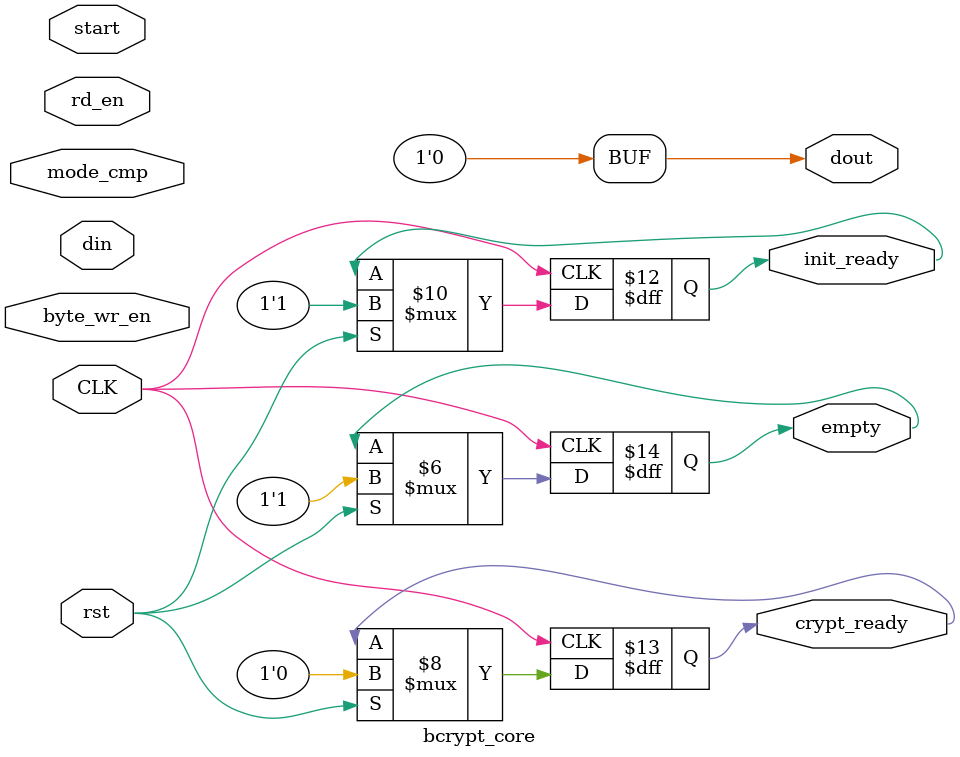
<source format=v>
`timescale 1ns / 1ps
/*
 * This software is Copyright (c) 2016,2019 Denis Burykin
 * [denis_burykin yahoo com], [denis-burykin2014 yandex ru]
 * and it is hereby released to the general public under the following terms:
 * Redistribution and use in source and binary forms, with or without
 * modification, are permitted.
 *
 */

`include "../bcrypt.vh"

	//
	// Description of operation.
	//
	// 1. On startup, it has init_ready flag set. That indicates it's waiting
	//    for initialization with P, MW, S data. Detailed description of the data
	//    can be found in bcdata.v. Once 'start' is asserted, the data 
	//    is expected to arrive without an interrupt.
	// 2. After initialization, 'crypt_ready' flag is set. It waits for
	//    data for 1 encryption. That includes EK (Expanded Key), salt, IDs, iter_count etc.
	// 3. When encryption is done, it deasserts 'empty' and waits for 'rd_en'.
	// 4. When 'rd_en' arrives, it starts output N-bit result packet over 1-bit bus.
	//    The header is 1 bit (1'b1).
	//    Once output transfer starts, it goes without an interrupt, 'rd_en' no longer
	//    controls the data flow.
	//    Transferred are: header, 2 x 32-bit IDs, 6 x 32-bit encryption result.
	// 5. Go to pt.1.
	//
	// Performance.
	// In most cases, 16 Blowfish rounds are performed in 18 CLK cycles.
	// Hash with setting="$05" is computed in 618K cycles.
	//
`ifdef SIMULATION

module bcrypt_core #(
	// Setting MSB to 3, ADDR_NBITS to 1
	// allows to launch Technology Viewer
	parameter MSB = 31,
	parameter ADDR_NBITS = 8
	)(
	input CLK,
	input rst,
	//input wr_en,
	input mode_cmp,
	input [7:0] din, // Input over 8-bit bus
	input [3:0] byte_wr_en,
	input start,
	output reg init_ready = 1, // Ready for initialization with P, MW, S data
	output reg crypt_ready = 0, // Ready to get EK, salt etc.
	
	input rd_en,
	output reg empty = 1,
	output reg dout = 0
	);

	//
	// Input to the core.
	//
	reg [MSB:0] din_r;
	reg start_r = 0;
	reg wr_b2 = 0;
	reg wr_b3 = 0; // all 4 bytes of input word - ready
	always @(posedge CLK) begin
		if (byte_wr_en[0])
			start_r <= start;
		wr_b3 <= byte_wr_en[3];
		wr_b2 <= byte_wr_en[2];
		
		if (byte_wr_en[0])
			din_r[7:0] <= din;
		if (byte_wr_en[1])
			din_r[15:8] <= din;
		if (byte_wr_en[2])
			din_r[23:16] <= din;
		if (byte_wr_en[3])
			din_r[31:24] <= din;
	end

	reg rd_en_r = 0;
	always @(posedge CLK)
		rd_en_r <= rd_en;
	
	
	//
	// Extra Controls.
	//
	wire [`MC_NBITS_E-1:0] Extra_Controls;

	always @(posedge CLK) begin
		if (rst) begin
			init_ready <= 1;
			crypt_ready <= 0;
			empty <= 1;
		end
		else begin
			if (Extra_Controls == `E_SET_INIT_READY)
				init_ready <= 1;
			else if (Extra_Controls == `E_RST_INIT_READY)
				init_ready <= 0;

			if (Extra_Controls == `E_SET_CRYPT_READY)
				crypt_ready <= 1;
			else if (Extra_Controls == `E_RST_CRYPT_READY)
				crypt_ready <= 0;

			if (Extra_Controls == `E_SET_EMPTY)
				empty <= 1;
			else if (Extra_Controls == `E_RST_EMPTY)
				empty <= 0;
		end
	end
	
	// counter for Magic Words
	reg [1:0] MW_count = 0;
	always @(posedge CLK)
		if (Extra_Controls == `E_MW_COUNT_RST)
			MW_count <= 0;
		else if (Extra_Controls == `E_MW_COUNT_INC)
			MW_count <= MW_count + 1'b1;
	
	reg [4:0] output_cnt = 0;
	always @(posedge CLK)
		if (Extra_Controls == `E_RST)
			output_cnt <= 0;
		else if (Extra_Controls == `E_OUTPUT_DATA)
			output_cnt <= output_cnt + 1'b1;

	wire ZF_wr_en = Extra_Controls == `E_WR_ZF;

	always @(posedge CLK)
		dout <=
			Extra_Controls == `E_OUTPUT_HEADER ? 1'b1 :
			Extra_Controls == `E_OUTPUT_DATA ? output_data :
			1'b0;

	//
	// Main Address & Control.
	//
	wire [3:0] PNWAR_op, PNAR_op;
	wire [4:0] PDAR_op;
	wire [4:0] PN_wr_addr, PN_addr, PD_addr;
	
	PN_wr_addr_reg PN_wr_addr_reg(
		.CLK(CLK), .op(PNWAR_op), .PN_wr_addr(PN_wr_addr), .MW_count(MW_count),
		.wr_b3(wr_b3),
		.eq29(PNWAR_eq29), .eq15(PNWAR_eq15), .ne8(PNWAR41_ne8) );
	
	PN_addr_reg PN_addr_reg(
		.CLK(CLK), .op(PNAR_op), .PN_addr(PN_addr), .MW_count(MW_count),
		.eq14(PNAR_eq14), .eq29(PNAR_eq29) );

	PD_addr_reg PD_addr_reg(
		.CLK(CLK), .op(PDAR_op), .PD_addr(PD_addr),
		.wr_b3(wr_b3),
		.P_addr1(PN_wr_addr[1]), .S_addr1(S_wr_addr[1]),
		.eq30(PDAR_eq30) );
	
	wire [2:0] SWAR_op;
	wire [9:0] S_wr_addr;

	S_wr_addr_reg S_wr_addr_reg(
		.CLK(CLK), .op(SWAR_op), .S_wr_addr(S_wr_addr),
		.wr_b3(wr_b3),
		.eq1022(SWAR_eq1022), .eq1023(SWAR_eq1023) );
	

	
	//
	// Main computing unit.
	//
	unit #(.MSB(MSB)
	) unit(
		.CLK(CLK),
		.din(din_r),
		.PS_input_select(PS_input_select), .decr(decr),
		.PN_wr_addr(PN_wr_addr), .PN_wr_en(PN_wr_en),
		.PN_addr(PN_addr),
		.PD_addr(PD_addr), .PD_wr_en(PD_wr_en),
		.ZF_wr_en(ZF_wr_en), .ZF(ZF), .Exception_S_rd(Exception_S_rd),
		
		.L_input_select(L_input_select), .Ltmp_wr_en(Ltmp_wr_en),
		.L_wr_en(L_wr_en), .R_wr_en(R_wr_en), .LR_zero(LR_zero),

		.S_wr_addr(S_wr_addr),
		.S_wr_en(S_wr_en), .S_rd_en(S_rd_en), .S_rst(S_rst),
		
		.output_cnt(output_cnt), .out(output_data)
	);
	
	
	//
	// Condition Signals
	//
	wire [2**`MC_NBITS_CONDITION-1:0] Condition_Signals = {
		// 16
		//..
		rd_en_r,
		output_cnt == 26,
		~PNAR_eq29,
		~MW_count[1],//MW_count != 2,
		~ZF,
		~SWAR_eq1022, // for JMP_not_end_wr_S
		PNWAR41_ne8, // #8 for JMP_not_end_wr_P
		// 8
		PNAR_eq14,
		PNWAR_eq15,
		PDAR_eq30 & wr_b2,
		SWAR_eq1023 & wr_b2,
		PNWAR_eq29 & wr_b2,
		start_r,
		1'b1, 1'b0	// always true/false
	};


	fsm fsm(
		.CLK(CLK),
		.rst(rst),
		.Condition_Signals(Condition_Signals),
		.Exception_S_rd(Exception_S_rd),
		
		.Extra_Controls(Extra_Controls),
		.PS_input_select(PS_input_select), .decr(decr),
		.PN_wr_en(PN_wr_en), .PD_wr_en(PD_wr_en),
		.PNWAR_op(PNWAR_op), .PNAR_op(PNAR_op), .PDAR_op(PDAR_op),
		
		.L_input_select(L_input_select), .Ltmp_wr_en(Ltmp_wr_en), .L_wr_en(L_wr_en),
		.R_wr_en(R_wr_en), .LR_zero(LR_zero),
		.S_wr_en(S_wr_en), .S_rd_en(S_rd_en), .S_rst(S_rst),
		.SWAR_op(SWAR_op)
	);
	

endmodule

`else

module bcrypt_core (
	input CLK,
	input rst,
	input mode_cmp,
	input [3:0] byte_wr_en,
	input [7:0] din,
	input start,
	output reg init_ready = 1, // Ready for initialization with P, MW, S data
	output reg crypt_ready = 0, // Ready to get EK, salt etc.

	input rd_en,
	output reg empty = 1,
	output reg dout = 0
	);

	always @(posedge CLK) begin
		if (rst) begin
			init_ready <= 1;
			crypt_ready <= 0;
			empty <= 1;
		end
	end

endmodule

`endif

</source>
